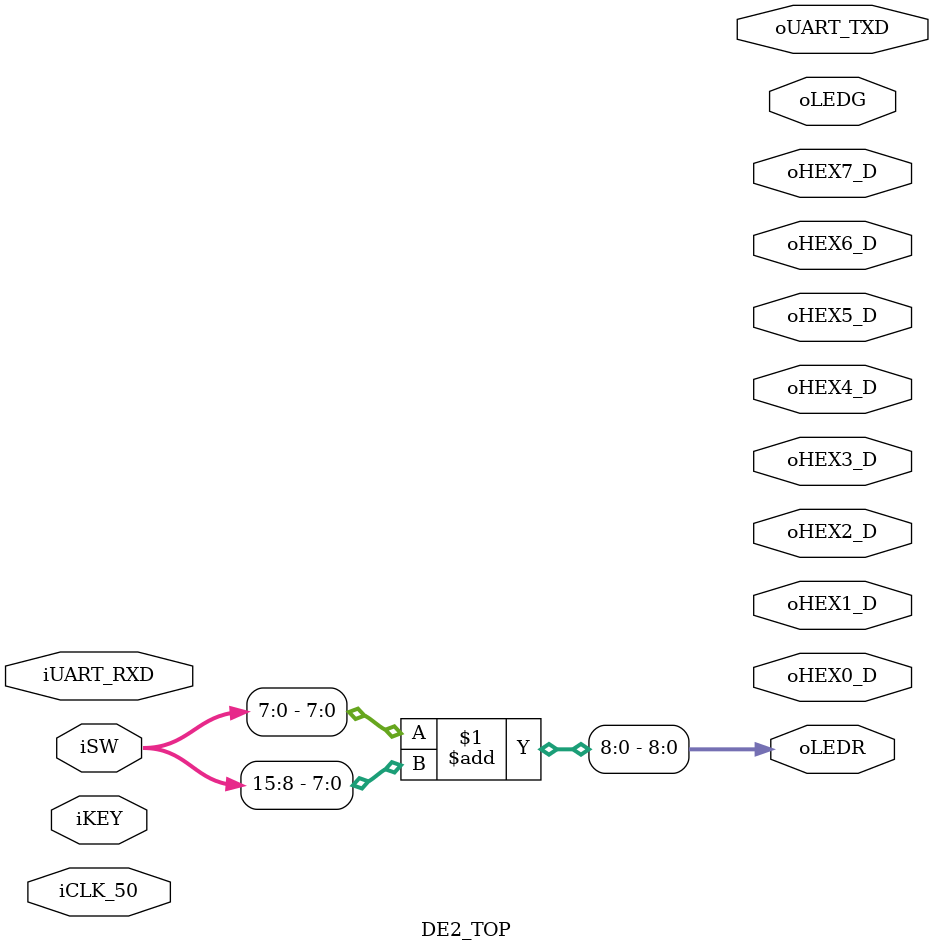
<source format=sv>

module DE2_TOP (
////////////////////////	Clock Input	 	////////////////////////
  input logic	iCLK_50,				//	50 MHz
////////////////////////	Push Button		////////////////////////
  input logic [3:0] iKEY,				//	Pushbutton[3:0]
////////////////////////	DPDT Switch		////////////////////////
  input logic [17:0] iSW,				//	Toggle Switch[17:0]
////////////////////////	7-SEG Dispaly	////////////////////////
  output logic [6:0] oHEX0_D,				//	Seven Segment Digit 0
  output logic [6:0] oHEX1_D,				//	Seven Segment Digit 1
  output logic [6:0] oHEX2_D,				//	Seven Segment Digit 2
  output logic [6:0] oHEX3_D,				//	Seven Segment Digit 3
  output logic [6:0] oHEX4_D,				//	Seven Segment Digit 4
  output logic [6:0] oHEX5_D,				//	Seven Segment Digit 5
  output logic [6:0] oHEX6_D,				//	Seven Segment Digit 6
  output logic [6:0] oHEX7_D,				//	Seven Segment Digit 7
////////////////////////////	LED		////////////////////////////
  output logic [8:0] oLEDG,				//	LED Green[8:0]
  output logic [17:0] oLEDR,				//	LED Red[17:0]
////////////////////////////	UART	////////////////////////////
  output logic oUART_TXD,				//	UART Transmitter
  input logic iUART_RXD					//	UART Receiver
);

//===========================================================================
// PARAMETER declarations
//===========================================================================


///////////////////////////////////////////////////////////////////
//=============================================================================
// REG/WIRE declarations
//=============================================================================



//=============================================================================
// Structural coding
//=============================================================================
//assign oLEDR[0] = iSW[0];
//assign oLEDG[0] = iKEY[0];
	assign	oLEDR[8:0]=iSW[7:0]+iSW[15:8];
endmodule


</source>
